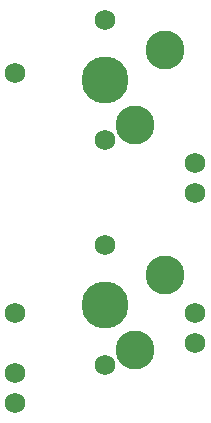
<source format=gbr>
%TF.GenerationSoftware,KiCad,Pcbnew,(6.0.7-1)-1*%
%TF.CreationDate,2022-12-25T16:24:34+07:00*%
%TF.ProjectId,pcb,7063622e-6b69-4636-9164-5f7063625858,rev?*%
%TF.SameCoordinates,Original*%
%TF.FileFunction,Soldermask,Bot*%
%TF.FilePolarity,Negative*%
%FSLAX46Y46*%
G04 Gerber Fmt 4.6, Leading zero omitted, Abs format (unit mm)*
G04 Created by KiCad (PCBNEW (6.0.7-1)-1) date 2022-12-25 16:24:34*
%MOMM*%
%LPD*%
G01*
G04 APERTURE LIST*
%ADD10C,1.752600*%
%ADD11C,1.750000*%
%ADD12C,3.987800*%
%ADD13C,3.300000*%
G04 APERTURE END LIST*
D10*
%TO.C,U1*%
X136525000Y-83343750D03*
X136525000Y-80803750D03*
X136525000Y-70643750D03*
X136525000Y-68103750D03*
X121285000Y-60483750D03*
X121285000Y-80803750D03*
X121285000Y-85883750D03*
X121285000Y-88423750D03*
%TD*%
D11*
%TO.C,SW2*%
X128905000Y-75088750D03*
D12*
X128905000Y-80168750D03*
D11*
X128905000Y-85248750D03*
D13*
X131445000Y-83978750D03*
X133985000Y-77628750D03*
%TD*%
D12*
%TO.C,SW1*%
X128905000Y-61118750D03*
D11*
X128905000Y-56038750D03*
X128905000Y-66198750D03*
D13*
X131445000Y-64928750D03*
X133985000Y-58578750D03*
%TD*%
M02*

</source>
